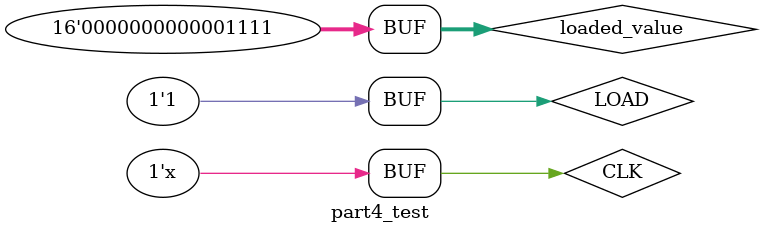
<source format=v>
`timescale 1ns / 1ps


module sr_latch_test(); // part1
    
    reg S;
    reg R;

    wire Q;
    wire Q_neg;

    sr_latch uut(S, R, Q, Q_neg);

    initial begin
  
        S=1; R=0; #200;
        S=0; R=0; #200;
        S=0; R=1; #200;
        S=0; R=0; #200;
       // S=1; R=1; #250;  (disallowed inputs)
    end
endmodule

module sr_latch_with_en_test(); // part2
    
    reg S;
    reg R;
    reg EN;

    wire Q;
    wire Q_neg;

    sr_latch_with_en uut(S, R, EN, Q, Q_neg);

    initial begin
        S=1; R=0; EN=1; #100;  
        S=1; R=0; EN=0; #100; 
        
        S=0; R=0; EN=1; #100;  
        S=0; R=0; EN=0; #100;
         
        S=0; R=1; EN=1; #100;
        S=0; R=1; EN=0; #100;
        
        S=0; R=0; EN=1; #100;
        S=0; R=0; EN=0; #100;
        
   //   S=1; R=1; EN=1; #100;   (disallowed inputs)
   //   S=1; R=1; EN=0; #100;   (disallowed inputs)
    end
endmodule

module part3_test();

    reg D;
    reg CLK;
    
    wire Q;
    wire Q_neg;
    
    Dflipflop uut(D, CLK, Q, Q_neg);
    

initial begin 
    CLK=0;
    D=0;  #100;
    D=1;  #100;
    D=0;  #100;
    D=1;  #100;
 end
always
    #50 CLK = ~CLK;
endmodule

module part4_test();
    reg [15:0] loaded_value;
    reg CLK;
    reg LOAD;
    wire output1;
    pulse_generator uut(loaded_value[15:0], CLK, LOAD, output1);
initial begin 
    CLK=0;      loaded_value = 16'b1111111111100000; LOAD=1; #50;
    LOAD=0;     loaded_value = 16'd1;    #50;
    LOAD=0;     loaded_value = 16'd2;    #50;
    LOAD=0;     loaded_value = 16'd3;    #50;
    LOAD=0;     loaded_value = 16'd4;    #50;
    LOAD=0;     loaded_value = 16'd5;    #50;
    LOAD=0;     loaded_value = 16'd6;    #50;
    LOAD=0;     loaded_value = 16'd7;    #50;
    LOAD=0;     loaded_value = 16'd8;    #50;
    LOAD=0;     loaded_value = 16'd9;    #50;
    LOAD=0;     loaded_value = 16'd10;   #50;
    LOAD=0;     loaded_value = 16'd11;   #50;
    LOAD=0;     loaded_value = 16'd12;   #50;
    LOAD=0;     loaded_value = 16'd13;   #50;
    LOAD=0;     loaded_value = 16'd14;   #50;
    LOAD=1;     loaded_value = 16'd15;   #50;
end

always begin
    CLK <= ~CLK;    #5.555555555555555555555555; 
    CLK <= ~CLK;    #44.44444444444444444444444; 
end
endmodule


</source>
